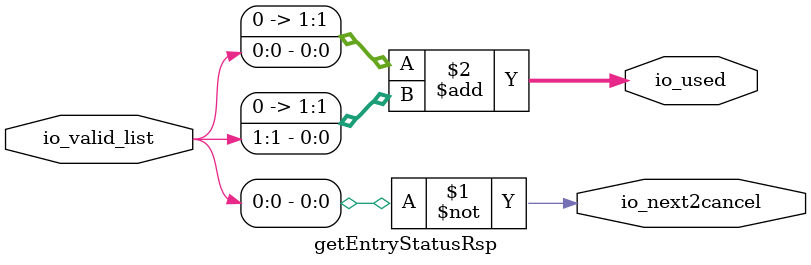
<source format=sv>
`ifndef RANDOMIZE
  `ifdef RANDOMIZE_MEM_INIT
    `define RANDOMIZE
  `endif // RANDOMIZE_MEM_INIT
`endif // not def RANDOMIZE
`ifndef RANDOMIZE
  `ifdef RANDOMIZE_REG_INIT
    `define RANDOMIZE
  `endif // RANDOMIZE_REG_INIT
`endif // not def RANDOMIZE

`ifndef RANDOM
  `define RANDOM $random
`endif // not def RANDOM

// Users can define INIT_RANDOM as general code that gets injected into the
// initializer block for modules with registers.
`ifndef INIT_RANDOM
  `define INIT_RANDOM
`endif // not def INIT_RANDOM

// If using random initialization, you can also define RANDOMIZE_DELAY to
// customize the delay used, otherwise 0.002 is used.
`ifndef RANDOMIZE_DELAY
  `define RANDOMIZE_DELAY 0.002
`endif // not def RANDOMIZE_DELAY

// Define INIT_RANDOM_PROLOG_ for use in our modules below.
`ifndef INIT_RANDOM_PROLOG_
  `ifdef RANDOMIZE
    `ifdef VERILATOR
      `define INIT_RANDOM_PROLOG_ `INIT_RANDOM
    `else  // VERILATOR
      `define INIT_RANDOM_PROLOG_ `INIT_RANDOM #`RANDOMIZE_DELAY begin end
    `endif // VERILATOR
  `else  // RANDOMIZE
    `define INIT_RANDOM_PROLOG_
  `endif // RANDOMIZE
`endif // not def INIT_RANDOM_PROLOG_

// Include register initializers in init blocks unless synthesis is set
`ifndef SYNTHESIS
  `ifndef ENABLE_INITIAL_REG_
    `define ENABLE_INITIAL_REG_
  `endif // not def ENABLE_INITIAL_REG_
`endif // not def SYNTHESIS

// Include rmemory initializers in init blocks unless synthesis is set
`ifndef SYNTHESIS
  `ifndef ENABLE_INITIAL_MEM_
    `define ENABLE_INITIAL_MEM_
  `endif // not def ENABLE_INITIAL_MEM_
`endif // not def SYNTHESIS

// Standard header to adapt well known macros for prints and assertions.

// Users can define 'PRINTF_COND' to add an extra gate to prints.
`ifndef PRINTF_COND_
  `ifdef PRINTF_COND
    `define PRINTF_COND_ (`PRINTF_COND)
  `else  // PRINTF_COND
    `define PRINTF_COND_ 1
  `endif // PRINTF_COND
`endif // not def PRINTF_COND_

// Users can define 'ASSERT_VERBOSE_COND' to add an extra gate to assert error printing.
`ifndef ASSERT_VERBOSE_COND_
  `ifdef ASSERT_VERBOSE_COND
    `define ASSERT_VERBOSE_COND_ (`ASSERT_VERBOSE_COND)
  `else  // ASSERT_VERBOSE_COND
    `define ASSERT_VERBOSE_COND_ 1
  `endif // ASSERT_VERBOSE_COND
`endif // not def ASSERT_VERBOSE_COND_

// Users can define 'STOP_COND' to add an extra gate to stop conditions.
`ifndef STOP_COND_
  `ifdef STOP_COND
    `define STOP_COND_ (`STOP_COND)
  `else  // STOP_COND
    `define STOP_COND_ 1
  `endif // STOP_COND
`endif // not def STOP_COND_

module getEntryStatusRsp(	// ventus/src/L1Cache/L1MSHR.scala:63:7
  input  [1:0] io_valid_list,	// ventus/src/L1Cache/L1MSHR.scala:64:14
  output       io_next2cancel,	// ventus/src/L1Cache/L1MSHR.scala:64:14
  output [1:0] io_used	// ventus/src/L1Cache/L1MSHR.scala:64:14
);

  assign io_next2cancel = ~(io_valid_list[0]);	// ventus/src/L1Cache/L1MSHR.scala:63:7, :69:{43,62,65}
  assign io_used = {1'h0, io_valid_list[0]} + {1'h0, io_valid_list[1]};	// ventus/src/L1Cache/L1MSHR.scala:63:7, :69:43, :70:22
endmodule


</source>
